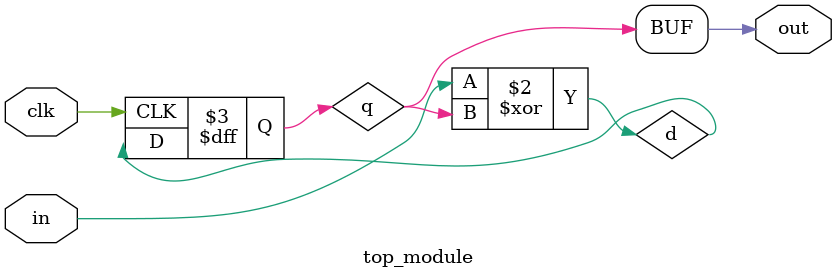
<source format=v>
module top_module (
    input clk,
    input in, 
    output out);

    reg d,q;//wire

    always@(posedge clk) begin
        q <= d;
    end
 
    assign out = q;
    assign d = in^q;

endmodule

</source>
